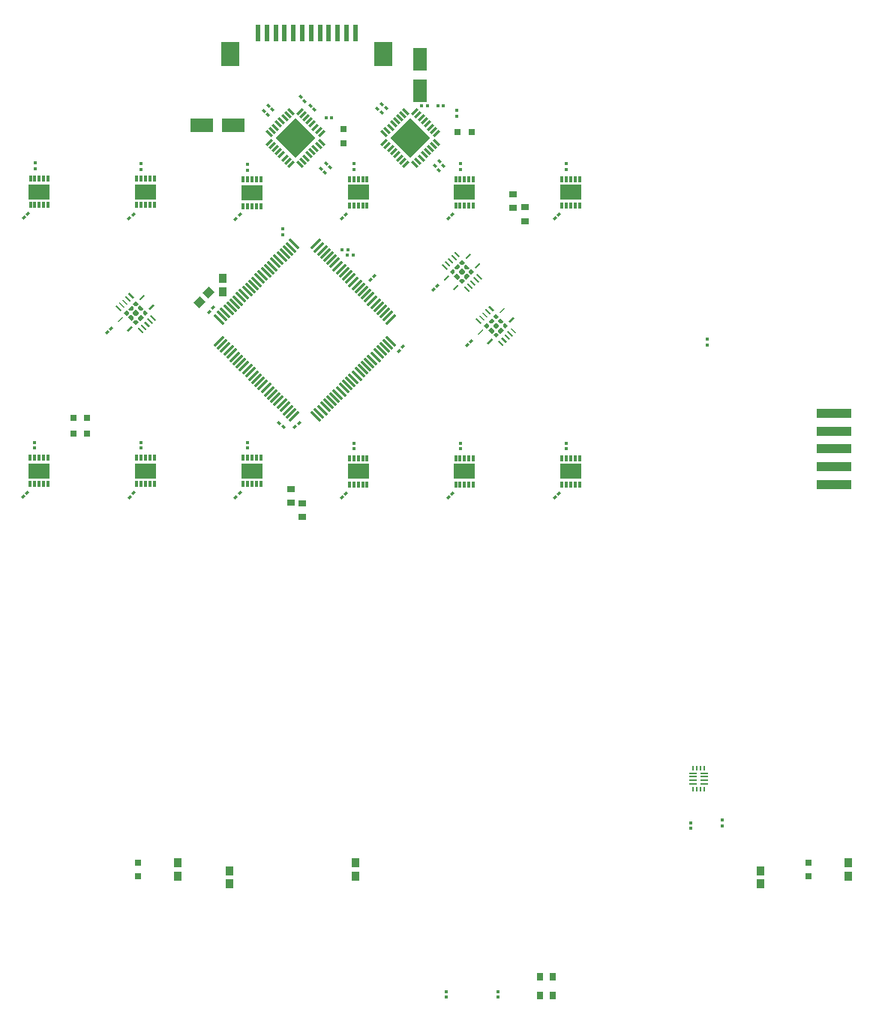
<source format=gtp>
G04*
G04 #@! TF.GenerationSoftware,Altium Limited,Altium Designer,25.8.1 (18)*
G04*
G04 Layer_Color=8421504*
%FSLAX25Y25*%
%MOIN*%
G70*
G04*
G04 #@! TF.SameCoordinates,D7B17AD9-CECF-4355-90E1-2D70A65D62F1*
G04*
G04*
G04 #@! TF.FilePolarity,Positive*
G04*
G01*
G75*
%ADD17R,0.01300X0.01600*%
%ADD18R,0.03740X0.03959*%
G04:AMPARAMS|DCode=19|XSize=39.59mil|YSize=37.4mil|CornerRadius=0mil|HoleSize=0mil|Usage=FLASHONLY|Rotation=225.000|XOffset=0mil|YOffset=0mil|HoleType=Round|Shape=Rectangle|*
%AMROTATEDRECTD19*
4,1,4,0.00077,0.02722,0.02722,0.00077,-0.00077,-0.02722,-0.02722,-0.00077,0.00077,0.02722,0.0*
%
%ADD19ROTATEDRECTD19*%

G04:AMPARAMS|DCode=20|XSize=16mil|YSize=13mil|CornerRadius=0mil|HoleSize=0mil|Usage=FLASHONLY|Rotation=135.000|XOffset=0mil|YOffset=0mil|HoleType=Round|Shape=Rectangle|*
%AMROTATEDRECTD20*
4,1,4,0.01025,-0.00106,0.00106,-0.01025,-0.01025,0.00106,-0.00106,0.01025,0.01025,-0.00106,0.0*
%
%ADD20ROTATEDRECTD20*%

%ADD21R,0.01600X0.01300*%
G04:AMPARAMS|DCode=22|XSize=16mil|YSize=13mil|CornerRadius=0mil|HoleSize=0mil|Usage=FLASHONLY|Rotation=225.000|XOffset=0mil|YOffset=0mil|HoleType=Round|Shape=Rectangle|*
%AMROTATEDRECTD22*
4,1,4,0.00106,0.01025,0.01025,0.00106,-0.00106,-0.01025,-0.01025,-0.00106,0.00106,0.01025,0.0*
%
%ADD22ROTATEDRECTD22*%

G04:AMPARAMS|DCode=23|XSize=58.07mil|YSize=11.81mil|CornerRadius=0mil|HoleSize=0mil|Usage=FLASHONLY|Rotation=315.000|XOffset=0mil|YOffset=0mil|HoleType=Round|Shape=Rectangle|*
%AMROTATEDRECTD23*
4,1,4,-0.02471,0.01636,-0.01636,0.02471,0.02471,-0.01636,0.01636,-0.02471,-0.02471,0.01636,0.0*
%
%ADD23ROTATEDRECTD23*%

G04:AMPARAMS|DCode=24|XSize=58.07mil|YSize=11.81mil|CornerRadius=0mil|HoleSize=0mil|Usage=FLASHONLY|Rotation=225.000|XOffset=0mil|YOffset=0mil|HoleType=Round|Shape=Rectangle|*
%AMROTATEDRECTD24*
4,1,4,0.01636,0.02471,0.02471,0.01636,-0.01636,-0.02471,-0.02471,-0.01636,0.01636,0.02471,0.0*
%
%ADD24ROTATEDRECTD24*%

%ADD25R,0.08268X0.11024*%
%ADD26R,0.02362X0.07480*%
%ADD27P,0.00141X4X180.0*%
%ADD28R,0.03200X0.03000*%
%ADD29R,0.02975X0.03150*%
G04:AMPARAMS|DCode=30|XSize=33.47mil|YSize=11.81mil|CornerRadius=0mil|HoleSize=0mil|Usage=FLASHONLY|Rotation=45.000|XOffset=0mil|YOffset=0mil|HoleType=Round|Shape=Rectangle|*
%AMROTATEDRECTD30*
4,1,4,-0.00766,-0.01601,-0.01601,-0.00766,0.00766,0.01601,0.01601,0.00766,-0.00766,-0.01601,0.0*
%
%ADD30ROTATEDRECTD30*%

%ADD31R,0.03150X0.02975*%
%ADD32P,0.17817X4X180.0*%
G04:AMPARAMS|DCode=33|XSize=33.47mil|YSize=11.81mil|CornerRadius=0mil|HoleSize=0mil|Usage=FLASHONLY|Rotation=135.000|XOffset=0mil|YOffset=0mil|HoleType=Round|Shape=Rectangle|*
%AMROTATEDRECTD33*
4,1,4,0.01601,-0.00766,0.00766,-0.01601,-0.01601,0.00766,-0.00766,0.01601,0.01601,-0.00766,0.0*
%
%ADD33ROTATEDRECTD33*%

%ADD34R,0.06299X0.10236*%
%ADD35R,0.03819X0.04095*%
%ADD36R,0.10236X0.06299*%
%ADD37R,0.09764X0.06890*%
%ADD38R,0.01181X0.03150*%
%ADD39R,0.03347X0.00866*%
%ADD40R,0.03543X0.00866*%
%ADD41R,0.03150X0.03543*%
%ADD42R,0.01654X0.01811*%
%ADD43R,0.00866X0.02165*%
%ADD44R,0.15748X0.03937*%
G36*
X429464Y330931D02*
X428968Y330435D01*
X426884Y332518D01*
X427381Y333014D01*
X429464Y330931D01*
D02*
G37*
G36*
X434336Y331716D02*
X432253Y329633D01*
X431756Y330129D01*
X433839Y332212D01*
X434336Y331716D01*
D02*
G37*
G36*
X428072Y329539D02*
X427576Y329043D01*
X425492Y331126D01*
X425989Y331622D01*
X428072Y329539D01*
D02*
G37*
G36*
X426680Y328147D02*
X426184Y327651D01*
X424100Y329734D01*
X424597Y330230D01*
X426680Y328147D01*
D02*
G37*
G36*
X431585Y328035D02*
X430709Y327158D01*
X429921D01*
X429044Y328035D01*
X430315Y329306D01*
X431585Y328035D01*
D02*
G37*
G36*
X425288Y326755D02*
X424792Y326259D01*
X422709Y328342D01*
X423205Y328838D01*
X425288Y326755D01*
D02*
G37*
G36*
X438512Y327540D02*
X436428Y325457D01*
X435932Y325953D01*
X438015Y328036D01*
X438512Y327540D01*
D02*
G37*
G36*
X433778Y325843D02*
X432901Y324966D01*
X432113D01*
X431265Y325814D01*
Y326602D01*
X432142Y327478D01*
X433778Y325843D01*
D02*
G37*
G36*
X429364Y326602D02*
Y325814D01*
X428517Y324966D01*
X427729D01*
X426853Y325843D01*
X428488Y327478D01*
X429364Y326602D01*
D02*
G37*
G36*
X423896Y325363D02*
X423400Y324867D01*
X421317Y326950D01*
X421813Y327446D01*
X423896Y325363D01*
D02*
G37*
G36*
X431557Y324410D02*
Y323622D01*
X430709Y322774D01*
X429921D01*
X429073Y323622D01*
Y324410D01*
X429921Y325257D01*
X430709D01*
X431557Y324410D01*
D02*
G37*
G36*
X435605Y324016D02*
X434334Y322745D01*
X433458Y323622D01*
Y324410D01*
X434334Y325286D01*
X435605Y324016D01*
D02*
G37*
G36*
X427173Y324410D02*
Y323622D01*
X426296Y322745D01*
X425025Y324016D01*
X426296Y325286D01*
X427173Y324410D01*
D02*
G37*
G36*
X439313Y321082D02*
X438817Y320585D01*
X436734Y322668D01*
X437230Y323165D01*
X439313Y321082D01*
D02*
G37*
G36*
X433778Y322188D02*
X432142Y320553D01*
X431265Y321430D01*
Y322217D01*
X432113Y323065D01*
X432901D01*
X433778Y322188D01*
D02*
G37*
G36*
X429364Y322217D02*
Y321430D01*
X428488Y320553D01*
X426853Y322188D01*
X427729Y323065D01*
X428517D01*
X429364Y322217D01*
D02*
G37*
G36*
X424698Y322078D02*
X422615Y319995D01*
X422118Y320491D01*
X424201Y322574D01*
X424698Y322078D01*
D02*
G37*
G36*
X437921Y319690D02*
X437425Y319193D01*
X435342Y321276D01*
X435838Y321773D01*
X437921Y319690D01*
D02*
G37*
G36*
X431585Y319997D02*
X430315Y318726D01*
X429044Y319997D01*
X429921Y320873D01*
X430709D01*
X431585Y319997D01*
D02*
G37*
G36*
X436529Y318298D02*
X436033Y317801D01*
X433950Y319884D01*
X434446Y320381D01*
X436529Y318298D01*
D02*
G37*
G36*
X435138Y316906D02*
X434641Y316409D01*
X432558Y318493D01*
X433054Y318989D01*
X435138Y316906D01*
D02*
G37*
G36*
X428874Y317902D02*
X426791Y315819D01*
X426294Y316316D01*
X428377Y318399D01*
X428874Y317902D01*
D02*
G37*
G36*
X433745Y315514D02*
X433249Y315017D01*
X431166Y317101D01*
X431662Y317597D01*
X433745Y315514D01*
D02*
G37*
G36*
X284582Y312597D02*
X284086Y312101D01*
X282002Y314184D01*
X282499Y314680D01*
X284582Y312597D01*
D02*
G37*
G36*
X289454Y313382D02*
X287371Y311299D01*
X286874Y311795D01*
X288957Y313879D01*
X289454Y313382D01*
D02*
G37*
G36*
X283190Y311205D02*
X282694Y310709D01*
X280611Y312792D01*
X281107Y313288D01*
X283190Y311205D01*
D02*
G37*
G36*
X281798Y309813D02*
X281302Y309317D01*
X279219Y311400D01*
X279715Y311896D01*
X281798Y309813D01*
D02*
G37*
G36*
X286703Y309701D02*
X285827Y308824D01*
X285039D01*
X284163Y309701D01*
X285433Y310972D01*
X286703Y309701D01*
D02*
G37*
G36*
X280406Y308421D02*
X279910Y307925D01*
X277827Y310008D01*
X278323Y310505D01*
X280406Y308421D01*
D02*
G37*
G36*
X293630Y309206D02*
X291547Y307123D01*
X291050Y307620D01*
X293133Y309703D01*
X293630Y309206D01*
D02*
G37*
G36*
X288896Y307509D02*
X288019Y306632D01*
X287231D01*
X286384Y307480D01*
Y308268D01*
X287260Y309144D01*
X288896Y307509D01*
D02*
G37*
G36*
X284483Y308268D02*
Y307480D01*
X283635Y306632D01*
X282847D01*
X281971Y307509D01*
X283606Y309144D01*
X284483Y308268D01*
D02*
G37*
G36*
X279014Y307029D02*
X278518Y306533D01*
X276435Y308616D01*
X276931Y309113D01*
X279014Y307029D01*
D02*
G37*
G36*
X444648Y306915D02*
X444152Y306419D01*
X442068Y308502D01*
X442565Y308998D01*
X444648Y306915D01*
D02*
G37*
G36*
X449520Y307700D02*
X447437Y305617D01*
X446940Y306114D01*
X449023Y308197D01*
X449520Y307700D01*
D02*
G37*
G36*
X443256Y305523D02*
X442760Y305027D01*
X440677Y307110D01*
X441173Y307606D01*
X443256Y305523D01*
D02*
G37*
G36*
X286675Y306076D02*
Y305288D01*
X285827Y304440D01*
X285039D01*
X284191Y305288D01*
Y306076D01*
X285039Y306924D01*
X285827D01*
X286675Y306076D01*
D02*
G37*
G36*
X290723Y305682D02*
X289452Y304412D01*
X288576Y305288D01*
Y306076D01*
X289452Y306953D01*
X290723Y305682D01*
D02*
G37*
G36*
X282291Y306076D02*
Y305288D01*
X281414Y304412D01*
X280143Y305682D01*
X281414Y306953D01*
X282291Y306076D01*
D02*
G37*
G36*
X441864Y304131D02*
X441368Y303635D01*
X439285Y305718D01*
X439781Y306214D01*
X441864Y304131D01*
D02*
G37*
G36*
X446770Y304019D02*
X445893Y303142D01*
X445105D01*
X444229Y304019D01*
X445499Y305290D01*
X446770Y304019D01*
D02*
G37*
G36*
X294431Y302748D02*
X293935Y302251D01*
X291852Y304335D01*
X292348Y304831D01*
X294431Y302748D01*
D02*
G37*
G36*
X440472Y302739D02*
X439976Y302243D01*
X437893Y304326D01*
X438389Y304822D01*
X440472Y302739D01*
D02*
G37*
G36*
X288896Y303855D02*
X287260Y302220D01*
X286384Y303096D01*
Y303884D01*
X287231Y304731D01*
X288019D01*
X288896Y303855D01*
D02*
G37*
G36*
X284483Y303884D02*
Y303096D01*
X283606Y302220D01*
X281971Y303855D01*
X282847Y304731D01*
X283635D01*
X284483Y303884D01*
D02*
G37*
G36*
X279816Y303744D02*
X277733Y301661D01*
X277237Y302158D01*
X279320Y304241D01*
X279816Y303744D01*
D02*
G37*
G36*
X453696Y303524D02*
X451613Y301441D01*
X451116Y301938D01*
X453199Y304021D01*
X453696Y303524D01*
D02*
G37*
G36*
X448962Y301827D02*
X448085Y300951D01*
X447297D01*
X446450Y301798D01*
Y302586D01*
X447326Y303463D01*
X448962Y301827D01*
D02*
G37*
G36*
X444549Y302586D02*
Y301798D01*
X443701Y300951D01*
X442913D01*
X442037Y301827D01*
X443672Y303463D01*
X444549Y302586D01*
D02*
G37*
G36*
X293039Y301356D02*
X292543Y300859D01*
X290460Y302943D01*
X290956Y303439D01*
X293039Y301356D01*
D02*
G37*
G36*
X439080Y301347D02*
X438584Y300851D01*
X436501Y302934D01*
X436997Y303431D01*
X439080Y301347D01*
D02*
G37*
G36*
X286703Y301663D02*
X285433Y300392D01*
X284163Y301663D01*
X285039Y302539D01*
X285827D01*
X286703Y301663D01*
D02*
G37*
G36*
X291648Y299964D02*
X291151Y299467D01*
X289068Y301551D01*
X289564Y302047D01*
X291648Y299964D01*
D02*
G37*
G36*
X446741Y300394D02*
Y299606D01*
X445893Y298758D01*
X445105D01*
X444258Y299606D01*
Y300394D01*
X445105Y301242D01*
X445893D01*
X446741Y300394D01*
D02*
G37*
G36*
X450789Y300000D02*
X449518Y298729D01*
X448642Y299606D01*
Y300394D01*
X449518Y301271D01*
X450789Y300000D01*
D02*
G37*
G36*
X442357Y300394D02*
Y299606D01*
X441480Y298729D01*
X440209Y300000D01*
X441480Y301271D01*
X442357Y300394D01*
D02*
G37*
G36*
X290256Y298572D02*
X289759Y298076D01*
X287676Y300159D01*
X288172Y300655D01*
X290256Y298572D01*
D02*
G37*
G36*
X283992Y299569D02*
X281909Y297485D01*
X281412Y297982D01*
X283495Y300065D01*
X283992Y299569D01*
D02*
G37*
G36*
X288864Y297180D02*
X288367Y296684D01*
X286284Y298767D01*
X286781Y299263D01*
X288864Y297180D01*
D02*
G37*
G36*
X454497Y297066D02*
X454001Y296569D01*
X451918Y298653D01*
X452414Y299149D01*
X454497Y297066D01*
D02*
G37*
G36*
X448962Y298173D02*
X447326Y296537D01*
X446450Y297414D01*
Y298202D01*
X447297Y299049D01*
X448085D01*
X448962Y298173D01*
D02*
G37*
G36*
X444549Y298202D02*
Y297414D01*
X443672Y296537D01*
X442037Y298173D01*
X442913Y299049D01*
X443701D01*
X444549Y298202D01*
D02*
G37*
G36*
X439882Y298062D02*
X437799Y295979D01*
X437302Y296476D01*
X439386Y298559D01*
X439882Y298062D01*
D02*
G37*
G36*
X453105Y295674D02*
X452609Y295178D01*
X450526Y297261D01*
X451022Y297757D01*
X453105Y295674D01*
D02*
G37*
G36*
X446770Y295981D02*
X445499Y294710D01*
X444229Y295981D01*
X445105Y296858D01*
X445893D01*
X446770Y295981D01*
D02*
G37*
G36*
X451714Y294282D02*
X451217Y293786D01*
X449134Y295869D01*
X449630Y296365D01*
X451714Y294282D01*
D02*
G37*
G36*
X450322Y292890D02*
X449825Y292394D01*
X447742Y294477D01*
X448239Y294973D01*
X450322Y292890D01*
D02*
G37*
G36*
X444058Y293886D02*
X441975Y291803D01*
X441478Y292300D01*
X443562Y294383D01*
X444058Y293886D01*
D02*
G37*
G36*
X448930Y291498D02*
X448433Y291002D01*
X446350Y293085D01*
X446847Y293581D01*
X448930Y291498D01*
D02*
G37*
D17*
X539370Y291520D02*
D03*
Y294020D02*
D03*
X350787Y342982D02*
D03*
Y340482D02*
D03*
X240528Y245624D02*
D03*
Y248124D02*
D03*
X476803Y369423D02*
D03*
Y371923D02*
D03*
X429559Y369423D02*
D03*
Y371923D02*
D03*
X382315Y369423D02*
D03*
Y371923D02*
D03*
X335039Y369222D02*
D03*
Y371722D02*
D03*
X287748Y369423D02*
D03*
Y371923D02*
D03*
X476803Y245408D02*
D03*
X429559D02*
D03*
X382315D02*
D03*
X531890Y79203D02*
D03*
X546063Y77884D02*
D03*
X240850Y369773D02*
D03*
X335039Y245600D02*
D03*
X287795D02*
D03*
X476803Y247907D02*
D03*
X429559D02*
D03*
X546063Y80384D02*
D03*
X531890Y76703D02*
D03*
X427953Y393238D02*
D03*
X240850Y372273D02*
D03*
X382315Y247907D02*
D03*
X335039Y248100D02*
D03*
X287795D02*
D03*
X427953Y395738D02*
D03*
D18*
X324016Y315245D02*
D03*
Y320976D02*
D03*
X602008Y61318D02*
D03*
Y55587D02*
D03*
X383008Y61318D02*
D03*
Y55587D02*
D03*
X304008Y61318D02*
D03*
Y55587D02*
D03*
D19*
X317774Y314625D02*
D03*
X313722Y310572D02*
D03*
D20*
X350884Y255022D02*
D03*
X349116Y256789D02*
D03*
X420376Y372931D02*
D03*
X422144Y371163D02*
D03*
X418407Y370963D02*
D03*
X420175Y369195D02*
D03*
X358565Y401671D02*
D03*
X360333Y399903D02*
D03*
X364663Y395967D02*
D03*
X362896Y397734D02*
D03*
X367620Y369781D02*
D03*
X369388Y368014D02*
D03*
X370079Y372047D02*
D03*
X371847Y370280D02*
D03*
X346160Y395967D02*
D03*
X344392Y397734D02*
D03*
X344191Y393604D02*
D03*
X342423Y395372D02*
D03*
X394785Y398522D02*
D03*
X392817Y396553D02*
D03*
X396553Y396754D02*
D03*
X394585Y394785D02*
D03*
D21*
X379596Y333858D02*
D03*
X377097D02*
D03*
X381959Y331496D02*
D03*
X379459D02*
D03*
X372510Y392520D02*
D03*
X370010D02*
D03*
X415029Y397638D02*
D03*
X412530D02*
D03*
X422116D02*
D03*
X419616D02*
D03*
D22*
X391435Y322144D02*
D03*
X389667Y320376D02*
D03*
X402266Y288880D02*
D03*
X404034Y290648D02*
D03*
X356203Y255022D02*
D03*
X357970Y256789D02*
D03*
X319781Y307970D02*
D03*
X318014Y306203D02*
D03*
X417620Y316045D02*
D03*
X419388Y317813D02*
D03*
X426112Y349510D02*
D03*
X424344Y347742D02*
D03*
X432677Y291339D02*
D03*
X434445Y293106D02*
D03*
X274506Y298915D02*
D03*
X272738Y297148D02*
D03*
X237081Y225711D02*
D03*
X235313Y223943D02*
D03*
X473356Y349510D02*
D03*
X471589Y347742D02*
D03*
X378868Y349510D02*
D03*
X377100Y347742D02*
D03*
X331592Y349309D02*
D03*
X329825Y347541D02*
D03*
X284301Y349510D02*
D03*
X282533Y347742D02*
D03*
X473356Y225494D02*
D03*
X426112D02*
D03*
X237403Y349860D02*
D03*
X378868Y225494D02*
D03*
X331592Y225687D02*
D03*
X284349D02*
D03*
X471589Y223726D02*
D03*
X235635Y348092D02*
D03*
X424344Y223726D02*
D03*
X377100D02*
D03*
X329825Y223919D02*
D03*
X282581D02*
D03*
D23*
X398875Y293193D02*
D03*
X397483Y291801D02*
D03*
X396091Y290409D02*
D03*
X394699Y289017D02*
D03*
X393307Y287625D02*
D03*
X391915Y286233D02*
D03*
X390523Y284841D02*
D03*
X389131Y283450D02*
D03*
X387739Y282058D02*
D03*
X386347Y280666D02*
D03*
X384956Y279274D02*
D03*
X383564Y277882D02*
D03*
X382172Y276490D02*
D03*
X380780Y275098D02*
D03*
X379388Y273706D02*
D03*
X377996Y272314D02*
D03*
X376604Y270922D02*
D03*
X375212Y269530D02*
D03*
X373820Y268138D02*
D03*
X372428Y266746D02*
D03*
X371036Y265354D02*
D03*
X369644Y263962D02*
D03*
X368252Y262570D02*
D03*
X366860Y261178D02*
D03*
X365468Y259787D02*
D03*
X322385Y302870D02*
D03*
X323777Y304262D02*
D03*
X325169Y305654D02*
D03*
X326561Y307046D02*
D03*
X327953Y308438D02*
D03*
X329345Y309830D02*
D03*
X330737Y311222D02*
D03*
X332129Y312614D02*
D03*
X333520Y314005D02*
D03*
X334912Y315397D02*
D03*
X336304Y316789D02*
D03*
X337696Y318181D02*
D03*
X339088Y319573D02*
D03*
X340480Y320965D02*
D03*
X341872Y322357D02*
D03*
X343264Y323749D02*
D03*
X344656Y325141D02*
D03*
X346048Y326533D02*
D03*
X347440Y327925D02*
D03*
X348832Y329317D02*
D03*
X350224Y330709D02*
D03*
X351616Y332101D02*
D03*
X353008Y333493D02*
D03*
X354400Y334885D02*
D03*
X355791Y336277D02*
D03*
D24*
Y259787D02*
D03*
X354400Y261178D02*
D03*
X353008Y262570D02*
D03*
X351616Y263962D02*
D03*
X350224Y265354D02*
D03*
X348832Y266746D02*
D03*
X347440Y268138D02*
D03*
X346048Y269530D02*
D03*
X344656Y270922D02*
D03*
X343264Y272314D02*
D03*
X340480Y275098D02*
D03*
X337696Y277882D02*
D03*
X336304Y279274D02*
D03*
X334912Y280666D02*
D03*
X333520Y282058D02*
D03*
X332129Y283450D02*
D03*
X330737Y284841D02*
D03*
X329345Y286233D02*
D03*
X327953Y287625D02*
D03*
X326561Y289017D02*
D03*
X325169Y290409D02*
D03*
X365468Y336277D02*
D03*
X366860Y334885D02*
D03*
X368252Y333493D02*
D03*
X369644Y332101D02*
D03*
X371036Y330709D02*
D03*
X372428Y329317D02*
D03*
X373820Y327925D02*
D03*
X375212Y326533D02*
D03*
X376604Y325141D02*
D03*
X377996Y323749D02*
D03*
X379388Y322357D02*
D03*
X380780Y320965D02*
D03*
X382172Y319573D02*
D03*
X383564Y318181D02*
D03*
X384956Y316789D02*
D03*
X386347Y315397D02*
D03*
X387739Y314005D02*
D03*
X389131Y312614D02*
D03*
X390523Y311222D02*
D03*
X391915Y309830D02*
D03*
X393307Y308438D02*
D03*
X394699Y307046D02*
D03*
X396091Y305654D02*
D03*
X397483Y304262D02*
D03*
X398875Y302870D02*
D03*
X322385Y293193D02*
D03*
X323777Y291801D02*
D03*
X341872Y273706D02*
D03*
X339088Y276490D02*
D03*
D25*
X395392Y420900D02*
D03*
X327282D02*
D03*
D26*
X367242Y430152D02*
D03*
X363305D02*
D03*
X359368D02*
D03*
X355431D02*
D03*
X351494D02*
D03*
X347557D02*
D03*
X343620Y430152D02*
D03*
X339683Y430152D02*
D03*
X375116D02*
D03*
X379053D02*
D03*
X371179Y430152D02*
D03*
X382990D02*
D03*
D27*
X285433Y305682D02*
D03*
X445499Y300000D02*
D03*
X430315Y324016D02*
D03*
D28*
X359449Y215060D02*
D03*
Y221160D02*
D03*
X458268Y346556D02*
D03*
Y352656D02*
D03*
X354331Y221359D02*
D03*
Y227460D02*
D03*
X453150Y352462D02*
D03*
Y358562D02*
D03*
D29*
X263692Y251969D02*
D03*
X257568D02*
D03*
Y259055D02*
D03*
X263692D02*
D03*
X434558Y386221D02*
D03*
X428434D02*
D03*
D30*
X363816Y389589D02*
D03*
X409429Y395157D02*
D03*
X410821Y393765D02*
D03*
X412213Y392373D02*
D03*
X413605Y390981D02*
D03*
X414997Y389589D02*
D03*
X416389Y388197D02*
D03*
X417781Y386805D02*
D03*
X419173Y385413D02*
D03*
X405532Y371772D02*
D03*
X404140Y373164D02*
D03*
X402748Y374556D02*
D03*
X401356Y375948D02*
D03*
X399964Y377340D02*
D03*
X398572Y378732D02*
D03*
X397180Y380124D02*
D03*
X395788Y381516D02*
D03*
X358248Y395157D02*
D03*
X359640Y393765D02*
D03*
X361032Y392373D02*
D03*
X362424Y390981D02*
D03*
X365208Y388197D02*
D03*
X366600Y386805D02*
D03*
X367991Y385413D02*
D03*
X354350Y371772D02*
D03*
X352959Y373164D02*
D03*
X351567Y374556D02*
D03*
X350175Y375948D02*
D03*
X348783Y377340D02*
D03*
X347391Y378732D02*
D03*
X345999Y380124D02*
D03*
X344607Y381516D02*
D03*
D31*
X377559Y387314D02*
D03*
Y381190D02*
D03*
X286508Y55391D02*
D03*
X584508Y61515D02*
D03*
Y55391D02*
D03*
X286508Y61515D02*
D03*
D32*
X407480Y383465D02*
D03*
X356299D02*
D03*
D33*
X395788Y385413D02*
D03*
X397180Y386805D02*
D03*
X398572Y388197D02*
D03*
X399964Y389589D02*
D03*
X401356Y390981D02*
D03*
X402748Y392373D02*
D03*
X404140Y393765D02*
D03*
X405532Y395157D02*
D03*
X419173Y381516D02*
D03*
X417781Y380124D02*
D03*
X416389Y378732D02*
D03*
X414997Y377340D02*
D03*
X413605Y375948D02*
D03*
X412213Y374556D02*
D03*
X410821Y373164D02*
D03*
X409429Y371772D02*
D03*
X344607Y385413D02*
D03*
X345999Y386805D02*
D03*
X347391Y388197D02*
D03*
X348783Y389589D02*
D03*
X350175Y390981D02*
D03*
X351567Y392373D02*
D03*
X352959Y393765D02*
D03*
X354350Y395157D02*
D03*
X367991Y381516D02*
D03*
X366600Y380124D02*
D03*
X365208Y378732D02*
D03*
X363816Y377340D02*
D03*
X362424Y375948D02*
D03*
X361032Y374556D02*
D03*
X359640Y373164D02*
D03*
X358248Y371772D02*
D03*
D34*
X411811Y404331D02*
D03*
Y418504D02*
D03*
D35*
X327008Y57811D02*
D03*
Y52095D02*
D03*
X563008D02*
D03*
Y57811D02*
D03*
D36*
X328740Y388976D02*
D03*
X314567D02*
D03*
D37*
X242480Y235524D02*
D03*
X478756Y359323D02*
D03*
X431512D02*
D03*
X384268D02*
D03*
X336992Y359122D02*
D03*
X478756Y235307D02*
D03*
X431512D02*
D03*
X289748Y359516D02*
D03*
X242500D02*
D03*
X384268Y235307D02*
D03*
X336992Y235500D02*
D03*
X289748D02*
D03*
D38*
X238543Y241429D02*
D03*
X240512D02*
D03*
X242480D02*
D03*
X244449D02*
D03*
X246417D02*
D03*
Y229618D02*
D03*
X244449D02*
D03*
X242480D02*
D03*
X240512D02*
D03*
X238543D02*
D03*
X474819Y365228D02*
D03*
X476787D02*
D03*
X478756D02*
D03*
X480724D02*
D03*
X482693D02*
D03*
Y353417D02*
D03*
X480724D02*
D03*
X478756D02*
D03*
X476787D02*
D03*
X474819D02*
D03*
X427575Y365228D02*
D03*
X429543D02*
D03*
X431512D02*
D03*
X433480D02*
D03*
X435449D02*
D03*
Y353417D02*
D03*
X433480D02*
D03*
X431512D02*
D03*
X429543D02*
D03*
X427575D02*
D03*
X380331Y365228D02*
D03*
X382299D02*
D03*
X384268D02*
D03*
X386236D02*
D03*
X388205D02*
D03*
Y353417D02*
D03*
X386236D02*
D03*
X384268D02*
D03*
X382299D02*
D03*
X380331D02*
D03*
X333055Y365028D02*
D03*
X335024D02*
D03*
X336992D02*
D03*
X338961D02*
D03*
X340929D02*
D03*
Y353217D02*
D03*
X338961D02*
D03*
X336992D02*
D03*
X335024D02*
D03*
X333055D02*
D03*
X478756Y241213D02*
D03*
X431512D02*
D03*
X384268D02*
D03*
X242500Y365421D02*
D03*
X336992Y241406D02*
D03*
X289748Y365421D02*
D03*
Y241406D02*
D03*
X480724Y241213D02*
D03*
X433480D02*
D03*
X386236D02*
D03*
X291717Y365421D02*
D03*
X244468D02*
D03*
X338961Y241406D02*
D03*
X291717D02*
D03*
X476787Y229402D02*
D03*
X293685Y365421D02*
D03*
X429543Y229402D02*
D03*
Y241213D02*
D03*
X476787D02*
D03*
X482693D02*
D03*
X474819Y229402D02*
D03*
X388205Y241213D02*
D03*
X382299D02*
D03*
X427575Y229402D02*
D03*
X287779Y365421D02*
D03*
X285811Y353610D02*
D03*
X240531Y365421D02*
D03*
X238563Y353610D02*
D03*
X335024Y241406D02*
D03*
X380331Y229402D02*
D03*
X333055Y229594D02*
D03*
X287779Y241406D02*
D03*
X293685D02*
D03*
X285811Y229594D02*
D03*
X435449Y241213D02*
D03*
X382299Y229402D02*
D03*
X340929Y241406D02*
D03*
X335024Y229594D02*
D03*
X478756Y229402D02*
D03*
X431512D02*
D03*
X246437Y365421D02*
D03*
X289748Y353610D02*
D03*
X287779D02*
D03*
X242500D02*
D03*
X240531D02*
D03*
X384268Y229402D02*
D03*
X336992Y229594D02*
D03*
X289748D02*
D03*
X287779D02*
D03*
X285811Y241406D02*
D03*
X293685Y229594D02*
D03*
X291717D02*
D03*
X333055Y241406D02*
D03*
X340929Y229594D02*
D03*
X338961D02*
D03*
X380331Y241213D02*
D03*
X388205Y229402D02*
D03*
X386236D02*
D03*
X427575Y241213D02*
D03*
X435449Y229402D02*
D03*
X433480D02*
D03*
X474819Y241213D02*
D03*
X482693Y229402D02*
D03*
X480724D02*
D03*
X238563Y365421D02*
D03*
X246437Y353610D02*
D03*
X244468D02*
D03*
X285811Y365421D02*
D03*
X293685Y353610D02*
D03*
X291717D02*
D03*
D39*
X537992Y96457D02*
D03*
X533071Y98032D02*
D03*
X537992Y99606D02*
D03*
X533071D02*
D03*
Y96457D02*
D03*
X537992Y98032D02*
D03*
Y101181D02*
D03*
D40*
X533169D02*
D03*
D41*
X464961Y2362D02*
D03*
X470866Y10630D02*
D03*
Y2362D02*
D03*
X464961Y10630D02*
D03*
D42*
X446508Y4252D02*
D03*
X423508Y1654D02*
D03*
X446508D02*
D03*
X423508Y4252D02*
D03*
D43*
X533169Y94193D02*
D03*
X534744D02*
D03*
X536319D02*
D03*
X537894D02*
D03*
Y103445D02*
D03*
X536319D02*
D03*
X534744D02*
D03*
X533169D02*
D03*
D44*
X595669Y229528D02*
D03*
X595669Y237402D02*
D03*
X595669Y261024D02*
D03*
X595669Y253150D02*
D03*
X595669Y245276D02*
D03*
M02*

</source>
